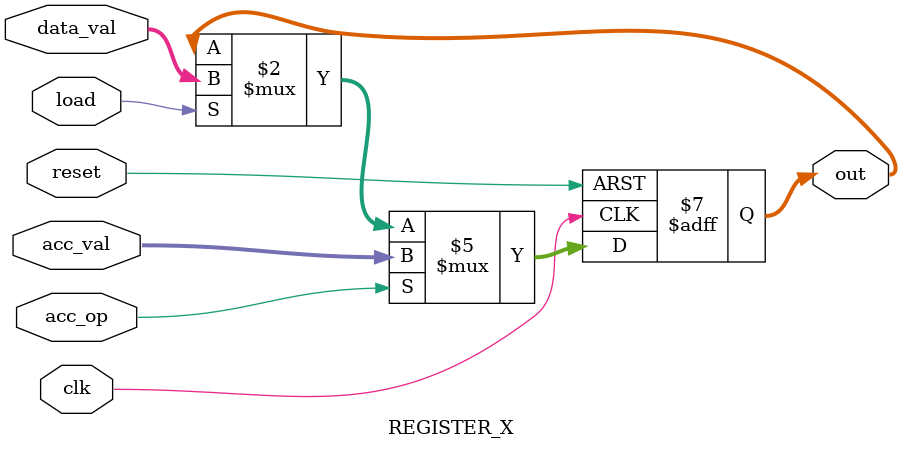
<source format=v>
module REGISTER_X(
    input reset, clk, acc_op, load,
    input [15:0]acc_val,
    input [15:0]data_val,
    output reg [15:0]out
);

    always@(posedge reset, posedge clk)
    begin
        if(reset) out<=16'h0000;
        else 
        begin
            if(acc_op) out<=acc_val;
            else if(load) out<=data_val;
        end
    end

endmodule
</source>
